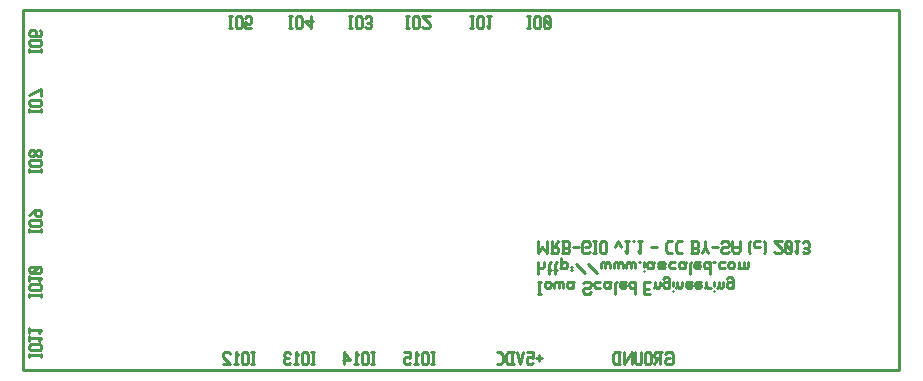
<source format=gbr>
G04 start of page 9 for group -4078 idx -4078 *
G04 Title: (unknown), bottomsilk *
G04 Creator: pcb 20110918 *
G04 CreationDate: Wed 07 Aug 2013 04:14:36 AM GMT UTC *
G04 For: ndholmes *
G04 Format: Gerber/RS-274X *
G04 PCB-Dimensions: 293000 121000 *
G04 PCB-Coordinate-Origin: lower left *
%MOIN*%
%FSLAX25Y25*%
%LNBOTTOMSILK*%
%ADD87C,0.0100*%
G54D87*X500Y120500D02*X292500D01*
X500Y500D02*Y120500D01*
X292500D02*Y500D01*
X500D01*
X171500Y4500D02*X173500D01*
X172500Y3500D02*Y5500D01*
X168300Y6500D02*X170300D01*
Y4500D02*Y6500D01*
Y4500D02*X169800Y5000D01*
X168800D02*X169800D01*
X168800D02*X168300Y4500D01*
Y3000D02*Y4500D01*
X168800Y2500D02*X168300Y3000D01*
X168800Y2500D02*X169800D01*
X170300Y3000D02*X169800Y2500D01*
X167100Y6500D02*X166100Y2500D01*
X165100Y6500D01*
X163400Y2500D02*Y6500D01*
X162100D02*X161400Y5800D01*
Y3200D02*Y5800D01*
X162100Y2500D02*X161400Y3200D01*
X162100Y2500D02*X163900D01*
X162100Y6500D02*X163900D01*
X158200Y2500D02*X159500D01*
X160200Y3200D02*X159500Y2500D01*
X160200Y3200D02*Y5800D01*
X159500Y6500D01*
X158200D02*X159500D01*
X215000D02*X214500Y6000D01*
X215000Y6500D02*X216500D01*
X217000Y6000D02*X216500Y6500D01*
X217000Y3000D02*Y6000D01*
Y3000D02*X216500Y2500D01*
X215000D02*X216500D01*
X215000D02*X214500Y3000D01*
Y4000D01*
X215000Y4500D02*X214500Y4000D01*
X215000Y4500D02*X216000D01*
X211300Y6500D02*X213300D01*
X211300D02*X210800Y6000D01*
Y5000D02*Y6000D01*
X211300Y4500D02*X210800Y5000D01*
X211300Y4500D02*X212800D01*
Y2500D02*Y6500D01*
X212000Y4500D02*X210800Y2500D01*
X209600Y3000D02*Y6000D01*
X209100Y6500D01*
X208100D02*X209100D01*
X208100D02*X207600Y6000D01*
Y3000D02*Y6000D01*
X208100Y2500D02*X207600Y3000D01*
X208100Y2500D02*X209100D01*
X209600Y3000D02*X209100Y2500D01*
X206400Y3000D02*Y6500D01*
Y3000D02*X205900Y2500D01*
X204900D02*X205900D01*
X204900D02*X204400Y3000D01*
Y6500D01*
X203200Y2500D02*Y6500D01*
X200700Y2500D01*
Y6500D01*
X199000Y2500D02*Y6500D01*
X197700D02*X197000Y5800D01*
Y3200D02*Y5800D01*
X197700Y2500D02*X197000Y3200D01*
X197700Y2500D02*X199500D01*
X197700Y6500D02*X199500D01*
X168500Y114500D02*X169500D01*
X169000D02*Y118500D01*
X168500D02*X169500D01*
X170700Y115000D02*Y118000D01*
Y115000D02*X171200Y114500D01*
X172200D01*
X172700Y115000D01*
Y118000D01*
X172200Y118500D02*X172700Y118000D01*
X171200Y118500D02*X172200D01*
X170700Y118000D02*X171200Y118500D01*
X173900Y118000D02*X174400Y118500D01*
X173900Y115000D02*Y118000D01*
Y115000D02*X174400Y114500D01*
X175400D01*
X175900Y115000D01*
Y118000D01*
X175400Y118500D02*X175900Y118000D01*
X174400Y118500D02*X175400D01*
X173900Y117500D02*X175900Y115500D01*
X172000Y32500D02*Y36500D01*
Y35000D02*X172500Y34500D01*
X173500D01*
X174000Y35000D01*
Y36500D01*
X175700Y32500D02*Y36000D01*
X176200Y36500D01*
X175200Y34000D02*X176200D01*
X177700Y32500D02*Y36000D01*
X178200Y36500D01*
X177200Y34000D02*X178200D01*
X179700Y35000D02*Y38000D01*
X179200Y34500D02*X179700Y35000D01*
X180200Y34500D01*
X181200D01*
X181700Y35000D01*
Y36000D01*
X181200Y36500D02*X181700Y36000D01*
X180200Y36500D02*X181200D01*
X179700Y36000D02*X180200Y36500D01*
X182900Y34000D02*X183400D01*
X182900Y35000D02*X183400D01*
X184600Y36000D02*X187600Y33000D01*
X188800Y36000D02*X191800Y33000D01*
X193000Y34500D02*Y36000D01*
X193500Y36500D01*
X194000D01*
X194500Y36000D01*
Y34500D02*Y36000D01*
X195000Y36500D01*
X195500D01*
X196000Y36000D01*
Y34500D02*Y36000D01*
X197200Y34500D02*Y36000D01*
X197700Y36500D01*
X198200D01*
X198700Y36000D01*
Y34500D02*Y36000D01*
X199200Y36500D01*
X199700D01*
X200200Y36000D01*
Y34500D02*Y36000D01*
X201400Y34500D02*Y36000D01*
X201900Y36500D01*
X202400D01*
X202900Y36000D01*
Y34500D02*Y36000D01*
X203400Y36500D01*
X203900D01*
X204400Y36000D01*
Y34500D02*Y36000D01*
X205600Y36500D02*X206100D01*
X207300Y33500D02*Y33600D01*
Y35000D02*Y36500D01*
X209800Y34500D02*X210300Y35000D01*
X208800Y34500D02*X209800D01*
X208300Y35000D02*X208800Y34500D01*
X208300Y35000D02*Y36000D01*
X208800Y36500D01*
X210300Y34500D02*Y36000D01*
X210800Y36500D01*
X208800D02*X209800D01*
X210300Y36000D01*
X212500Y36500D02*X214000D01*
X214500Y36000D01*
X214000Y35500D02*X214500Y36000D01*
X212500Y35500D02*X214000D01*
X212000Y35000D02*X212500Y35500D01*
X212000Y35000D02*X212500Y34500D01*
X214000D01*
X214500Y35000D01*
X212000Y36000D02*X212500Y36500D01*
X216200Y34500D02*X217700D01*
X215700Y35000D02*X216200Y34500D01*
X215700Y35000D02*Y36000D01*
X216200Y36500D01*
X217700D01*
X220400Y34500D02*X220900Y35000D01*
X219400Y34500D02*X220400D01*
X218900Y35000D02*X219400Y34500D01*
X218900Y35000D02*Y36000D01*
X219400Y36500D01*
X220900Y34500D02*Y36000D01*
X221400Y36500D01*
X219400D02*X220400D01*
X220900Y36000D01*
X222600Y32500D02*Y36000D01*
X223100Y36500D01*
X224600D02*X226100D01*
X224100Y36000D02*X224600Y36500D01*
X224100Y35000D02*Y36000D01*
Y35000D02*X224600Y34500D01*
X225600D01*
X226100Y35000D01*
X224100Y35500D02*X226100D01*
Y35000D02*Y35500D01*
X229300Y32500D02*Y36500D01*
X228800D02*X229300Y36000D01*
X227800Y36500D02*X228800D01*
X227300Y36000D02*X227800Y36500D01*
X227300Y35000D02*Y36000D01*
Y35000D02*X227800Y34500D01*
X228800D01*
X229300Y35000D01*
X230500Y36500D02*X231000D01*
X232700Y34500D02*X234200D01*
X232200Y35000D02*X232700Y34500D01*
X232200Y35000D02*Y36000D01*
X232700Y36500D01*
X234200D01*
X235400Y35000D02*Y36000D01*
Y35000D02*X235900Y34500D01*
X236900D01*
X237400Y35000D01*
Y36000D01*
X236900Y36500D02*X237400Y36000D01*
X235900Y36500D02*X236900D01*
X235400Y36000D02*X235900Y36500D01*
X239100Y35000D02*Y36500D01*
Y35000D02*X239600Y34500D01*
X240100D01*
X240600Y35000D01*
Y36500D01*
Y35000D02*X241100Y34500D01*
X241600D01*
X242100Y35000D01*
Y36500D01*
X238600Y34500D02*X239100Y35000D01*
X172000Y26000D02*X173000D01*
X172500D02*Y30000D01*
X172000D02*X173000D01*
X174200Y28500D02*Y29500D01*
Y28500D02*X174700Y28000D01*
X175700D01*
X176200Y28500D01*
Y29500D01*
X175700Y30000D02*X176200Y29500D01*
X174700Y30000D02*X175700D01*
X174200Y29500D02*X174700Y30000D01*
X177400Y28000D02*Y29500D01*
X177900Y30000D01*
X178400D01*
X178900Y29500D01*
Y28000D02*Y29500D01*
X179400Y30000D01*
X179900D01*
X180400Y29500D01*
Y28000D02*Y29500D01*
X183100Y28000D02*X183600Y28500D01*
X182100Y28000D02*X183100D01*
X181600Y28500D02*X182100Y28000D01*
X181600Y28500D02*Y29500D01*
X182100Y30000D01*
X183600Y28000D02*Y29500D01*
X184100Y30000D01*
X182100D02*X183100D01*
X183600Y29500D01*
X189100Y26000D02*X189600Y26500D01*
X187600Y26000D02*X189100D01*
X187100Y26500D02*X187600Y26000D01*
X187100Y26500D02*Y27500D01*
X187600Y28000D01*
X189100D01*
X189600Y28500D01*
Y29500D01*
X189100Y30000D02*X189600Y29500D01*
X187600Y30000D02*X189100D01*
X187100Y29500D02*X187600Y30000D01*
X191300Y28000D02*X192800D01*
X190800Y28500D02*X191300Y28000D01*
X190800Y28500D02*Y29500D01*
X191300Y30000D01*
X192800D01*
X195500Y28000D02*X196000Y28500D01*
X194500Y28000D02*X195500D01*
X194000Y28500D02*X194500Y28000D01*
X194000Y28500D02*Y29500D01*
X194500Y30000D01*
X196000Y28000D02*Y29500D01*
X196500Y30000D01*
X194500D02*X195500D01*
X196000Y29500D01*
X197700Y26000D02*Y29500D01*
X198200Y30000D01*
X199700D02*X201200D01*
X199200Y29500D02*X199700Y30000D01*
X199200Y28500D02*Y29500D01*
Y28500D02*X199700Y28000D01*
X200700D01*
X201200Y28500D01*
X199200Y29000D02*X201200D01*
Y28500D02*Y29000D01*
X204400Y26000D02*Y30000D01*
X203900D02*X204400Y29500D01*
X202900Y30000D02*X203900D01*
X202400Y29500D02*X202900Y30000D01*
X202400Y28500D02*Y29500D01*
Y28500D02*X202900Y28000D01*
X203900D01*
X204400Y28500D01*
X207400Y27800D02*X208900D01*
X207400Y30000D02*X209400D01*
X207400Y26000D02*Y30000D01*
Y26000D02*X209400D01*
X211100Y28500D02*Y30000D01*
Y28500D02*X211600Y28000D01*
X212100D01*
X212600Y28500D01*
Y30000D01*
X210600Y28000D02*X211100Y28500D01*
X215300Y28000D02*X215800Y28500D01*
X214300Y28000D02*X215300D01*
X213800Y28500D02*X214300Y28000D01*
X213800Y28500D02*Y29500D01*
X214300Y30000D01*
X215300D01*
X215800Y29500D01*
X213800Y31000D02*X214300Y31500D01*
X215300D01*
X215800Y31000D01*
Y28000D02*Y31000D01*
X217000Y27000D02*Y27100D01*
Y28500D02*Y30000D01*
X218500Y28500D02*Y30000D01*
Y28500D02*X219000Y28000D01*
X219500D01*
X220000Y28500D01*
Y30000D01*
X218000Y28000D02*X218500Y28500D01*
X221700Y30000D02*X223200D01*
X221200Y29500D02*X221700Y30000D01*
X221200Y28500D02*Y29500D01*
Y28500D02*X221700Y28000D01*
X222700D01*
X223200Y28500D01*
X221200Y29000D02*X223200D01*
Y28500D02*Y29000D01*
X224900Y30000D02*X226400D01*
X224400Y29500D02*X224900Y30000D01*
X224400Y28500D02*Y29500D01*
Y28500D02*X224900Y28000D01*
X225900D01*
X226400Y28500D01*
X224400Y29000D02*X226400D01*
Y28500D02*Y29000D01*
X228100Y28500D02*Y30000D01*
Y28500D02*X228600Y28000D01*
X229600D01*
X227600D02*X228100Y28500D01*
X230800Y27000D02*Y27100D01*
Y28500D02*Y30000D01*
X232300Y28500D02*Y30000D01*
Y28500D02*X232800Y28000D01*
X233300D01*
X233800Y28500D01*
Y30000D01*
X231800Y28000D02*X232300Y28500D01*
X236500Y28000D02*X237000Y28500D01*
X235500Y28000D02*X236500D01*
X235000Y28500D02*X235500Y28000D01*
X235000Y28500D02*Y29500D01*
X235500Y30000D01*
X236500D01*
X237000Y29500D01*
X235000Y31000D02*X235500Y31500D01*
X236500D01*
X237000Y31000D01*
Y28000D02*Y31000D01*
X172000Y39500D02*Y43500D01*
Y39500D02*X173500Y41500D01*
X175000Y39500D01*
Y43500D01*
X176200Y39500D02*X178200D01*
X178700Y40000D01*
Y41000D01*
X178200Y41500D02*X178700Y41000D01*
X176700Y41500D02*X178200D01*
X176700Y39500D02*Y43500D01*
X177500Y41500D02*X178700Y43500D01*
X179900D02*X181900D01*
X182400Y43000D01*
Y41800D02*Y43000D01*
X181900Y41300D02*X182400Y41800D01*
X180400Y41300D02*X181900D01*
X180400Y39500D02*Y43500D01*
X179900Y39500D02*X181900D01*
X182400Y40000D01*
Y40800D01*
X181900Y41300D02*X182400Y40800D01*
X183600Y41500D02*X185600D01*
X188800Y39500D02*X189300Y40000D01*
X187300Y39500D02*X188800D01*
X186800Y40000D02*X187300Y39500D01*
X186800Y40000D02*Y43000D01*
X187300Y43500D01*
X188800D01*
X189300Y43000D01*
Y42000D02*Y43000D01*
X188800Y41500D02*X189300Y42000D01*
X187800Y41500D02*X188800D01*
X190500Y39500D02*X191500D01*
X191000D02*Y43500D01*
X190500D02*X191500D01*
X192700Y40000D02*Y43000D01*
Y40000D02*X193200Y39500D01*
X194200D01*
X194700Y40000D01*
Y43000D01*
X194200Y43500D02*X194700Y43000D01*
X193200Y43500D02*X194200D01*
X192700Y43000D02*X193200Y43500D01*
X197700Y41500D02*X198700Y43500D01*
X199700Y41500D02*X198700Y43500D01*
X200900Y40300D02*X201700Y39500D01*
Y43500D01*
X200900D02*X202400D01*
X203600D02*X204100D01*
X205300Y40300D02*X206100Y39500D01*
Y43500D01*
X205300D02*X206800D01*
X209800Y41500D02*X211800D01*
X215500Y43500D02*X216800D01*
X214800Y42800D02*X215500Y43500D01*
X214800Y40200D02*Y42800D01*
Y40200D02*X215500Y39500D01*
X216800D01*
X218700Y43500D02*X220000D01*
X218000Y42800D02*X218700Y43500D01*
X218000Y40200D02*Y42800D01*
Y40200D02*X218700Y39500D01*
X220000D01*
X223000Y43500D02*X225000D01*
X225500Y43000D01*
Y41800D02*Y43000D01*
X225000Y41300D02*X225500Y41800D01*
X223500Y41300D02*X225000D01*
X223500Y39500D02*Y43500D01*
X223000Y39500D02*X225000D01*
X225500Y40000D01*
Y40800D01*
X225000Y41300D02*X225500Y40800D01*
X226700Y39500D02*X227700Y41500D01*
X228700Y39500D01*
X227700Y41500D02*Y43500D01*
X229900Y41500D02*X231900D01*
X235100Y39500D02*X235600Y40000D01*
X233600Y39500D02*X235100D01*
X233100Y40000D02*X233600Y39500D01*
X233100Y40000D02*Y41000D01*
X233600Y41500D01*
X235100D01*
X235600Y42000D01*
Y43000D01*
X235100Y43500D02*X235600Y43000D01*
X233600Y43500D02*X235100D01*
X233100Y43000D02*X233600Y43500D01*
X236800Y40500D02*Y43500D01*
Y40500D02*X237500Y39500D01*
X238600D01*
X239300Y40500D01*
Y43500D01*
X236800Y41500D02*X239300D01*
X242300Y43000D02*X242800Y43500D01*
X242300Y40000D02*X242800Y39500D01*
X242300Y40000D02*Y43000D01*
X244500Y41500D02*X246000D01*
X244000Y42000D02*X244500Y41500D01*
X244000Y42000D02*Y43000D01*
X244500Y43500D01*
X246000D01*
X247200Y39500D02*X247700Y40000D01*
Y43000D01*
X247200Y43500D02*X247700Y43000D01*
X250700Y40000D02*X251200Y39500D01*
X252700D01*
X253200Y40000D01*
Y41000D01*
X250700Y43500D02*X253200Y41000D01*
X250700Y43500D02*X253200D01*
X254400Y43000D02*X254900Y43500D01*
X254400Y40000D02*Y43000D01*
Y40000D02*X254900Y39500D01*
X255900D01*
X256400Y40000D01*
Y43000D01*
X255900Y43500D02*X256400Y43000D01*
X254900Y43500D02*X255900D01*
X254400Y42500D02*X256400Y40500D01*
X257600Y40300D02*X258400Y39500D01*
Y43500D01*
X257600D02*X259100D01*
X260300Y40000D02*X260800Y39500D01*
X261800D01*
X262300Y40000D01*
X261800Y43500D02*X262300Y43000D01*
X260800Y43500D02*X261800D01*
X260300Y43000D02*X260800Y43500D01*
Y41300D02*X261800D01*
X262300Y40000D02*Y40800D01*
Y41800D02*Y43000D01*
Y41800D02*X261800Y41300D01*
X262300Y40800D02*X261800Y41300D01*
X116500Y6500D02*X117500D01*
X117000Y2500D02*Y6500D01*
X116500Y2500D02*X117500D01*
X115300Y3000D02*Y6000D01*
X114800Y6500D01*
X113800D02*X114800D01*
X113800D02*X113300Y6000D01*
Y3000D02*Y6000D01*
X113800Y2500D02*X113300Y3000D01*
X113800Y2500D02*X114800D01*
X115300Y3000D02*X114800Y2500D01*
X112100Y5700D02*X111300Y6500D01*
Y2500D02*Y6500D01*
X110600Y2500D02*X112100D01*
X109400Y4000D02*X107400Y6500D01*
X106900Y4000D02*X109400D01*
X107400Y2500D02*Y6500D01*
X136500D02*X137500D01*
X137000Y2500D02*Y6500D01*
X136500Y2500D02*X137500D01*
X135300Y3000D02*Y6000D01*
X134800Y6500D01*
X133800D02*X134800D01*
X133800D02*X133300Y6000D01*
Y3000D02*Y6000D01*
X133800Y2500D02*X133300Y3000D01*
X133800Y2500D02*X134800D01*
X135300Y3000D02*X134800Y2500D01*
X132100Y5700D02*X131300Y6500D01*
Y2500D02*Y6500D01*
X130600Y2500D02*X132100D01*
X127400Y6500D02*X129400D01*
Y4500D02*Y6500D01*
Y4500D02*X128900Y5000D01*
X127900D02*X128900D01*
X127900D02*X127400Y4500D01*
Y3000D02*Y4500D01*
X127900Y2500D02*X127400Y3000D01*
X127900Y2500D02*X128900D01*
X129400Y3000D02*X128900Y2500D01*
X96500Y6500D02*X97500D01*
X97000Y2500D02*Y6500D01*
X96500Y2500D02*X97500D01*
X95300Y3000D02*Y6000D01*
X94800Y6500D01*
X93800D02*X94800D01*
X93800D02*X93300Y6000D01*
Y3000D02*Y6000D01*
X93800Y2500D02*X93300Y3000D01*
X93800Y2500D02*X94800D01*
X95300Y3000D02*X94800Y2500D01*
X92100Y5700D02*X91300Y6500D01*
Y2500D02*Y6500D01*
X90600Y2500D02*X92100D01*
X89400Y6000D02*X88900Y6500D01*
X87900D02*X88900D01*
X87900D02*X87400Y6000D01*
X87900Y2500D02*X87400Y3000D01*
X87900Y2500D02*X88900D01*
X89400Y3000D02*X88900Y2500D01*
X87900Y4700D02*X88900D01*
X87400Y5200D02*Y6000D01*
Y3000D02*Y4200D01*
X87900Y4700D01*
X87400Y5200D02*X87900Y4700D01*
X76500Y6500D02*X77500D01*
X77000Y2500D02*Y6500D01*
X76500Y2500D02*X77500D01*
X75300Y3000D02*Y6000D01*
X74800Y6500D01*
X73800D02*X74800D01*
X73800D02*X73300Y6000D01*
Y3000D02*Y6000D01*
X73800Y2500D02*X73300Y3000D01*
X73800Y2500D02*X74800D01*
X75300Y3000D02*X74800Y2500D01*
X72100Y5700D02*X71300Y6500D01*
Y2500D02*Y6500D01*
X70600Y2500D02*X72100D01*
X69400Y6000D02*X68900Y6500D01*
X67400D02*X68900D01*
X67400D02*X66900Y6000D01*
Y5000D02*Y6000D01*
X69400Y2500D02*X66900Y5000D01*
Y2500D02*X69400D01*
X6500Y5000D02*Y6000D01*
X2500Y5500D02*X6500D01*
X2500Y5000D02*Y6000D01*
X3000Y7200D02*X6000D01*
X6500Y7700D01*
Y8700D01*
X6000Y9200D01*
X3000D02*X6000D01*
X2500Y8700D02*X3000Y9200D01*
X2500Y7700D02*Y8700D01*
X3000Y7200D02*X2500Y7700D01*
X5700Y10400D02*X6500Y11200D01*
X2500D02*X6500D01*
X2500Y10400D02*Y11900D01*
X5700Y13100D02*X6500Y13900D01*
X2500D02*X6500D01*
X2500Y13100D02*Y14600D01*
X149500Y114500D02*X150500D01*
X150000D02*Y118500D01*
X149500D02*X150500D01*
X151700Y115000D02*Y118000D01*
Y115000D02*X152200Y114500D01*
X153200D01*
X153700Y115000D01*
Y118000D01*
X153200Y118500D02*X153700Y118000D01*
X152200Y118500D02*X153200D01*
X151700Y118000D02*X152200Y118500D01*
X154900Y115300D02*X155700Y114500D01*
Y118500D01*
X154900D02*X156400D01*
X128000Y114500D02*X129000D01*
X128500D02*Y118500D01*
X128000D02*X129000D01*
X130200Y115000D02*Y118000D01*
Y115000D02*X130700Y114500D01*
X131700D01*
X132200Y115000D01*
Y118000D01*
X131700Y118500D02*X132200Y118000D01*
X130700Y118500D02*X131700D01*
X130200Y118000D02*X130700Y118500D01*
X133400Y115000D02*X133900Y114500D01*
X135400D01*
X135900Y115000D01*
Y116000D01*
X133400Y118500D02*X135900Y116000D01*
X133400Y118500D02*X135900D01*
X109000Y114500D02*X110000D01*
X109500D02*Y118500D01*
X109000D02*X110000D01*
X111200Y115000D02*Y118000D01*
Y115000D02*X111700Y114500D01*
X112700D01*
X113200Y115000D01*
Y118000D01*
X112700Y118500D02*X113200Y118000D01*
X111700Y118500D02*X112700D01*
X111200Y118000D02*X111700Y118500D01*
X114400Y115000D02*X114900Y114500D01*
X115900D01*
X116400Y115000D01*
X115900Y118500D02*X116400Y118000D01*
X114900Y118500D02*X115900D01*
X114400Y118000D02*X114900Y118500D01*
Y116300D02*X115900D01*
X116400Y115000D02*Y115800D01*
Y116800D02*Y118000D01*
Y116800D02*X115900Y116300D01*
X116400Y115800D02*X115900Y116300D01*
X89000Y114500D02*X90000D01*
X89500D02*Y118500D01*
X89000D02*X90000D01*
X91200Y115000D02*Y118000D01*
Y115000D02*X91700Y114500D01*
X92700D01*
X93200Y115000D01*
Y118000D01*
X92700Y118500D02*X93200Y118000D01*
X91700Y118500D02*X92700D01*
X91200Y118000D02*X91700Y118500D01*
X94400Y117000D02*X96400Y114500D01*
X94400Y117000D02*X96900D01*
X96400Y114500D02*Y118500D01*
X69000Y114500D02*X70000D01*
X69500D02*Y118500D01*
X69000D02*X70000D01*
X71200Y115000D02*Y118000D01*
Y115000D02*X71700Y114500D01*
X72700D01*
X73200Y115000D01*
Y118000D01*
X72700Y118500D02*X73200Y118000D01*
X71700Y118500D02*X72700D01*
X71200Y118000D02*X71700Y118500D01*
X74400Y114500D02*X76400D01*
X74400D02*Y116500D01*
X74900Y116000D01*
X75900D01*
X76400Y116500D01*
Y118000D01*
X75900Y118500D02*X76400Y118000D01*
X74900Y118500D02*X75900D01*
X74400Y118000D02*X74900Y118500D01*
X6500Y106500D02*Y107500D01*
X2500Y107000D02*X6500D01*
X2500Y106500D02*Y107500D01*
X3000Y108700D02*X6000D01*
X6500Y109200D01*
Y110200D01*
X6000Y110700D01*
X3000D02*X6000D01*
X2500Y110200D02*X3000Y110700D01*
X2500Y109200D02*Y110200D01*
X3000Y108700D02*X2500Y109200D01*
X6500Y113400D02*X6000Y113900D01*
X6500Y112400D02*Y113400D01*
X6000Y111900D02*X6500Y112400D01*
X3000Y111900D02*X6000D01*
X3000D02*X2500Y112400D01*
X4700Y113400D02*X4200Y113900D01*
X4700Y111900D02*Y113400D01*
X2500Y112400D02*Y113400D01*
X3000Y113900D01*
X4200D01*
X6500Y66500D02*Y67500D01*
X2500Y67000D02*X6500D01*
X2500Y66500D02*Y67500D01*
X3000Y68700D02*X6000D01*
X6500Y69200D01*
Y70200D01*
X6000Y70700D01*
X3000D02*X6000D01*
X2500Y70200D02*X3000Y70700D01*
X2500Y69200D02*Y70200D01*
X3000Y68700D02*X2500Y69200D01*
X3000Y71900D02*X2500Y72400D01*
X3000Y71900D02*X3800D01*
X4500Y72600D01*
Y73200D01*
X3800Y73900D01*
X3000D02*X3800D01*
X2500Y73400D02*X3000Y73900D01*
X2500Y72400D02*Y73400D01*
X5200Y71900D02*X4500Y72600D01*
X5200Y71900D02*X6000D01*
X6500Y72400D01*
Y73400D01*
X6000Y73900D01*
X5200D02*X6000D01*
X4500Y73200D02*X5200Y73900D01*
X6500Y46500D02*Y47500D01*
X2500Y47000D02*X6500D01*
X2500Y46500D02*Y47500D01*
X3000Y48700D02*X6000D01*
X6500Y49200D01*
Y50200D01*
X6000Y50700D01*
X3000D02*X6000D01*
X2500Y50200D02*X3000Y50700D01*
X2500Y49200D02*Y50200D01*
X3000Y48700D02*X2500Y49200D01*
Y52400D02*X4500Y53900D01*
X6000D01*
X6500Y53400D02*X6000Y53900D01*
X6500Y52400D02*Y53400D01*
X6000Y51900D02*X6500Y52400D01*
X5000Y51900D02*X6000D01*
X5000D02*X4500Y52400D01*
Y53900D01*
X6500Y86500D02*Y87500D01*
X2500Y87000D02*X6500D01*
X2500Y86500D02*Y87500D01*
X3000Y88700D02*X6000D01*
X6500Y89200D01*
Y90200D01*
X6000Y90700D01*
X3000D02*X6000D01*
X2500Y90200D02*X3000Y90700D01*
X2500Y89200D02*Y90200D01*
X3000Y88700D02*X2500Y89200D01*
Y92400D02*X6500Y94400D01*
Y91900D02*Y94400D01*
Y25000D02*Y26000D01*
X2500Y25500D02*X6500D01*
X2500Y25000D02*Y26000D01*
X3000Y27200D02*X6000D01*
X6500Y27700D01*
Y28700D01*
X6000Y29200D01*
X3000D02*X6000D01*
X2500Y28700D02*X3000Y29200D01*
X2500Y27700D02*Y28700D01*
X3000Y27200D02*X2500Y27700D01*
X5700Y30400D02*X6500Y31200D01*
X2500D02*X6500D01*
X2500Y30400D02*Y31900D01*
X3000Y33100D02*X2500Y33600D01*
X3000Y33100D02*X6000D01*
X6500Y33600D01*
Y34600D01*
X6000Y35100D01*
X3000D02*X6000D01*
X2500Y34600D02*X3000Y35100D01*
X2500Y33600D02*Y34600D01*
X3500Y33100D02*X5500Y35100D01*
M02*

</source>
